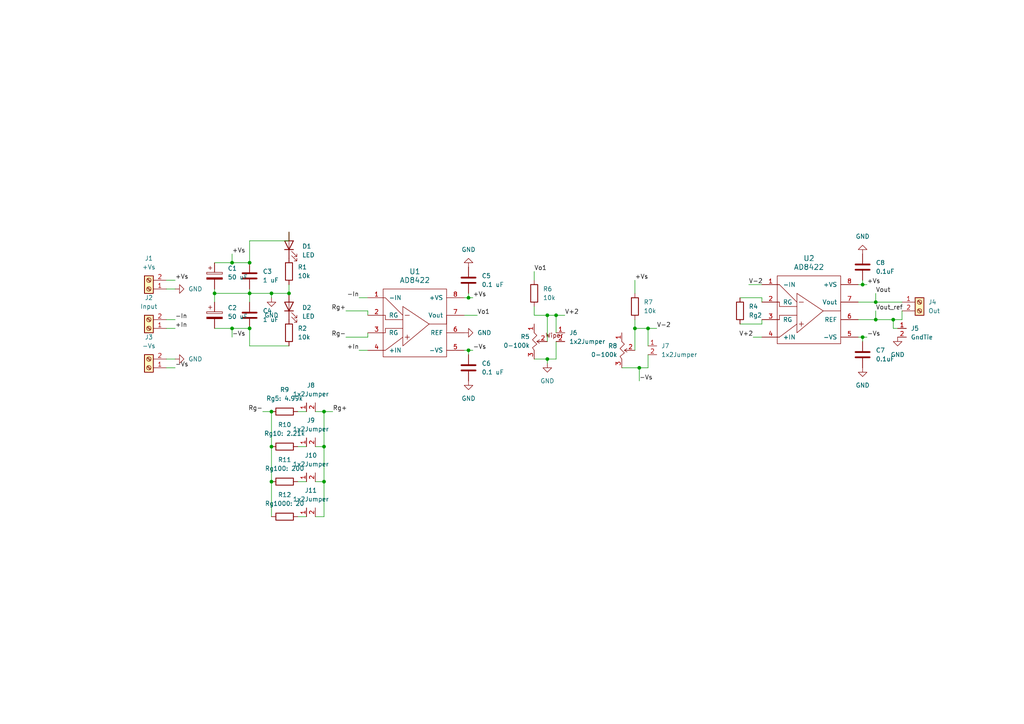
<source format=kicad_sch>
(kicad_sch (version 20230121) (generator eeschema)
  (paper "A4")
  (title_block (title "Instrumentation Gain/Offset Stage") (date "2024-07-19") (rev "1") (company "Schinder Labs"))
  (lib_symbols
    (symbol "0_amslib2_kc5:1x2Jumper" (pin_names (offset 1.016))
      (property "Reference" "J" (at 0 3.81 0))
      (property "Value" "1x2Jumper" (at 0 1.27 0))
      (symbol "1x2Jumper_1_1"
        (pin unspecified line (at -1.27 -2.54 90) (length 2.54) (name "~") (number "1"))
        (pin unspecified line (at 1.27 -2.54 90) (length 2.54) (name "~") (number "2"))
      )
    )
    (symbol "0_amslib2_kc5:AD8422" (pin_names (offset 1.016))
      (property "Reference" "U" (at -2.54 11.43 0))
      (property "Value" "AD8422" (at -2.54 6.35 0))
      (symbol "AD8422_0_1"
        (polyline (pts (xy -11.43 -7.62) (xy -6.35 -3.81)))
        (polyline (pts (xy -11.43 7.62) (xy -6.35 2.54)))
        (polyline (pts (xy -5.715 2.54) (xy -4.445 2.54)))
        (polyline (pts (xy -11.43 -2.54) (xy -11.43 -1.27) (xy -6.35 -1.27)))
        (polyline (pts (xy -11.43 2.54) (xy -11.43 1.27) (xy -6.35 1.27)))
        (polyline (pts (xy 1.27 0) (xy 6.35 0) (xy 6.35 2.54)))
        (polyline (pts (xy -6.35 5.08) (xy -6.35 -6.35) (xy 1.27 0) (xy -6.35 5.08)))
        (polyline (pts (xy -5.08 -3.175) (xy -5.08 -4.445) (xy -5.08 -3.81) (xy -5.715 -3.81) (xy -4.445 -3.81)))
        (rectangle (start 6.35 10.16) (end -12.065 -9.525))
      )
      (symbol "AD8422_1_1"
        (pin input line (at -16.51 7.62 0) (length 5.08) (name "-IN") (number "1"))
        (pin input line (at -16.51 2.54 0) (length 5.08) (name "RG") (number "2"))
        (pin input line (at -16.51 -2.54 0) (length 5.08) (name "RG") (number "3"))
        (pin input line (at -16.51 -7.62 0) (length 5.08) (name "+IN") (number "4"))
        (pin input line (at 11.43 -7.62 180) (length 5.08) (name "-VS") (number "5"))
        (pin input line (at 11.43 -2.54 180) (length 5.08) (name "REF") (number "6"))
        (pin input line (at 11.43 2.54 180) (length 5.08) (name "Vout") (number "7"))
        (pin input line (at 11.43 7.62 180) (length 5.08) (name "+VS") (number "8"))
      )
    )
    (symbol "0_amslib2_kc5:BourneTrimmerPot_TC33"
      (property "Reference" "R" (at -1.778 0.254 0))
      (symbol "BourneTrimmerPot_TC33_0_1"
        (polyline (pts (xy 0.762 0) (xy 1.524 -0.508)))
        (polyline (pts (xy 1.27 0) (xy 0.762 0) (xy 1.524 0.508)))
        (polyline (pts (xy 0 2.54) (xy 0.762 1.778) (xy -0.508 0.508) (xy 0.762 -0.762) (xy -0.508 -1.778) (xy 0 -2.54)))
      )
      (symbol "BourneTrimmerPot_TC33_1_1"
        (text "Wiper" (at 5.842 1.778 0) (effects (font (size 1.27 1.27))))
        (pin bidirectional line (at 0 5.08 270) (length 2.54) (name "") (number "1"))
        (pin bidirectional line (at 3.81 0 180) (length 2.54) (name "") (number "2"))
        (pin bidirectional line (at 0 -5.08 90) (length 2.54) (name "") (number "3"))
      )
    )
    (symbol "0_amslib2_kc5:Screw_Terminal_01x02" (pin_names (offset 1.016) hide)
      (property "Reference" "J" (at 0 2.54 0))
      (property "Value" "Screw_Terminal_01x02" (at 0 -5.08 0))
      (symbol "Screw_Terminal_01x02_1_1"
        (rectangle (start -1.27 1.27) (end 1.27 -3.81) (stroke (width 0.254)) (fill (type background)))
        (circle (center 0 -2.54) (radius 0.635) (stroke (width 0.1524)))
        (polyline (pts (xy -0.5334 -2.2098) (xy 0.3302 -3.048)) (stroke (width 0.1524)))
        (polyline (pts (xy -0.5334 0.3302) (xy 0.3302 -0.508)) (stroke (width 0.1524)))
        (polyline (pts (xy -0.3556 -2.032) (xy 0.508 -2.8702)) (stroke (width 0.1524)))
        (polyline (pts (xy -0.3556 0.508) (xy 0.508 -0.3302)) (stroke (width 0.1524)))
        (circle (center 0 0) (radius 0.635) (stroke (width 0.1524)))
        (pin passive line (at -5.08 0 0) (length 3.81) (name "Pin_1") (number "1"))
        (pin passive line (at -5.08 -2.54 0) (length 3.81) (name "Pin_2") (number "2"))
      )
    )
    (symbol "BourneTrimmerPot_TC33_1"
      (property "Reference" "R" (at -1.778 0.254 0))
      (symbol "BourneTrimmerPot_TC33_1_0_1"
        (polyline (pts (xy 0.762 0) (xy 1.524 -0.508)))
        (polyline (pts (xy 1.27 0) (xy 0.762 0) (xy 1.524 0.508)))
        (polyline (pts (xy 0 2.54) (xy 0.762 1.778) (xy -0.508 0.508) (xy 0.762 -0.762) (xy -0.508 -1.778) (xy 0 -2.54)))
      )
      (symbol "BourneTrimmerPot_TC33_1_1_1"
        (pin bidirectional line (at 0 5.08 270) (length 2.54) (name "") (number "1"))
        (pin bidirectional line (at 3.81 0 180) (length 2.54) (name "") (number "2"))
        (pin bidirectional line (at 0 -5.08 90) (length 2.54) (name "") (number "3"))
      )
    )
    (symbol "Device:C" (pin_numbers hide) (pin_names (offset 0.254))
      (property "Reference" "C" (at 0.635 2.54 0))
      (property "Value" "C" (at 0.635 -2.54 0))
      (symbol "C_0_1"
        (polyline (pts (xy -2.032 -0.762) (xy 2.032 -0.762)) (stroke (width 0.508)))
        (polyline (pts (xy -2.032 0.762) (xy 2.032 0.762)) (stroke (width 0.508)))
      )
      (symbol "C_1_1"
        (pin passive line (at 0 3.81 270) (length 2.794) (name "~") (number "1"))
        (pin passive line (at 0 -3.81 90) (length 2.794) (name "~") (number "2"))
      )
    )
    (symbol "Device:C_Polarized" (pin_numbers hide) (pin_names (offset 0.254))
      (property "Reference" "C" (at 0.635 2.54 0))
      (property "Value" "C_Polarized" (at 0.635 -2.54 0))
      (symbol "C_Polarized_0_1"
        (rectangle (start -2.286 0.508) (end 2.286 1.016))
        (polyline (pts (xy -1.778 2.286) (xy -0.762 2.286)))
        (polyline (pts (xy -1.27 2.794) (xy -1.27 1.778)))
        (rectangle (start 2.286 -0.508) (end -2.286 -1.016) (fill (type outline)))
      )
      (symbol "C_Polarized_1_1"
        (pin passive line (at 0 3.81 270) (length 2.794) (name "~") (number "1"))
        (pin passive line (at 0 -3.81 90) (length 2.794) (name "~") (number "2"))
      )
    )
    (symbol "Device:LED" (pin_numbers hide) (pin_names (offset 1.016) hide)
      (property "Reference" "D" (at 0 2.54 0))
      (property "Value" "LED" (at 0 -2.54 0))
      (symbol "LED_0_1"
        (polyline (pts (xy -1.27 -1.27) (xy -1.27 1.27)) (stroke (width 0.254)))
        (polyline (pts (xy -1.27 0) (xy 1.27 0)))
        (polyline (pts (xy 1.27 -1.27) (xy 1.27 1.27) (xy -1.27 0) (xy 1.27 -1.27)) (stroke (width 0.254)))
        (polyline (pts (xy -3.048 -0.762) (xy -4.572 -2.286) (xy -3.81 -2.286) (xy -4.572 -2.286) (xy -4.572 -1.524)))
        (polyline (pts (xy -1.778 -0.762) (xy -3.302 -2.286) (xy -2.54 -2.286) (xy -3.302 -2.286) (xy -3.302 -1.524)))
      )
      (symbol "LED_1_1"
        (pin passive line (at -3.81 0 0) (length 2.54) (name "K") (number "1"))
        (pin passive line (at 3.81 0 180) (length 2.54) (name "A") (number "2"))
      )
    )
    (symbol "Device:R" (pin_numbers hide) (pin_names (offset 0))
      (property "Reference" "R" (at 2.032 0 90))
      (property "Value" "R" (at 0 0 90))
      (symbol "R_0_1"
        (rectangle (start -1.016 -2.54) (end 1.016 2.54) (stroke (width 0.254)))
      )
      (symbol "R_1_1"
        (pin passive line (at 0 3.81 270) (length 1.27) (name "~") (number "1"))
        (pin passive line (at 0 -3.81 90) (length 1.27) (name "~") (number "2"))
      )
    )
    (symbol "power:GND" (power) (pin_names (offset 0))
      (property "Value" "GND" (at 0 -3.81 0))
      (symbol "GND_0_1"
        (polyline (pts (xy 0 0) (xy 0 -1.27) (xy 1.27 -1.27) (xy 0 -2.54) (xy -1.27 -1.27) (xy 0 -1.27)))
      )
      (symbol "GND_1_1"
        (pin power_in line (at 0 0 270) (length 0) hide (name "GND") (number "1"))
      )
    )
  )
  (junction (at 78.74 85.09))
  (junction (at 184.15 95.25))
  (junction (at 83.82 85.09))
  (junction (at 259.08 92.71))
  (junction (at 78.74 139.7))
  (junction (at 67.31 95.25))
  (junction (at 161.29 91.44))
  (junction (at 254 92.71))
  (junction (at 72.39 85.09))
  (junction (at 187.96 95.25))
  (junction (at 250.19 97.79))
  (junction (at 185.42 106.68))
  (junction (at 135.89 101.6))
  (junction (at 62.23 85.09))
  (junction (at 72.39 76.2))
  (junction (at 250.19 82.55))
  (junction (at 158.75 104.14))
  (junction (at 78.74 129.54))
  (junction (at 93.98 139.7))
  (junction (at 93.98 129.54))
  (junction (at 72.39 95.25))
  (junction (at 158.75 91.44))
  (junction (at 78.74 119.38))
  (junction (at 67.31 76.2))
  (junction (at 135.89 86.36))
  (junction (at 254 87.63))
  (junction (at 93.98 119.38))
  (wire (pts (xy 72.39 85.09) (xy 72.39 87.63)))
  (wire (pts (xy 62.23 85.09) (xy 72.39 85.09)))
  (wire (pts (xy 48.26 104.14) (xy 50.8 104.14)))
  (wire (pts (xy 154.94 78.74) (xy 154.94 81.28)))
  (wire (pts (xy 161.29 99.06) (xy 161.29 104.14)))
  (wire (pts (xy 254 90.17) (xy 254 92.71)))
  (wire (pts (xy 261.62 90.17) (xy 261.62 92.71)))
  (wire (pts (xy 104.14 86.36) (xy 106.68 86.36)))
  (wire (pts (xy 214.63 93.98) (xy 220.98 93.98)))
  (wire (pts (xy 218.44 97.79) (xy 220.98 97.79)))
  (wire (pts (xy 135.89 101.6) (xy 137.16 101.6)))
  (wire (pts (xy 48.26 106.68) (xy 50.8 106.68)))
  (wire (pts (xy 72.39 69.85) (xy 72.39 76.2)))
  (wire (pts (xy 220.98 92.71) (xy 220.98 93.98)))
  (wire (pts (xy 248.92 92.71) (xy 254 92.71)))
  (wire (pts (xy 158.75 91.44) (xy 161.29 91.44)))
  (wire (pts (xy 250.19 82.55) (xy 251.46 82.55)))
  (wire (pts (xy 106.68 90.17) (xy 106.68 91.44)))
  (wire (pts (xy 254 85.09) (xy 254 87.63)))
  (wire (pts (xy 67.31 73.66) (xy 67.31 76.2)))
  (wire (pts (xy 158.75 104.14) (xy 161.29 104.14)))
  (wire (pts (xy 78.74 119.38) (xy 78.74 129.54)))
  (wire (pts (xy 158.75 104.14) (xy 158.75 105.41)))
  (wire (pts (xy 93.98 149.86) (xy 93.98 139.7)))
  (wire (pts (xy 161.29 91.44) (xy 163.83 91.44)))
  (wire (pts (xy 72.39 83.82) (xy 72.39 85.09)))
  (wire (pts (xy 187.96 95.25) (xy 190.5 95.25)))
  (wire (pts (xy 259.08 92.71) (xy 259.08 95.25)))
  (wire (pts (xy 93.98 129.54) (xy 93.98 119.38)))
  (wire (pts (xy 135.89 101.6) (xy 135.89 102.87)))
  (wire (pts (xy 48.26 83.82) (xy 50.8 83.82)))
  (wire (pts (xy 135.89 85.09) (xy 135.89 86.36)))
  (wire (pts (xy 78.74 85.09) (xy 78.74 86.36)))
  (wire (pts (xy 100.33 90.17) (xy 106.68 90.17)))
  (wire (pts (xy 91.44 129.54) (xy 93.98 129.54)))
  (wire (pts (xy 48.26 92.71) (xy 50.8 92.71)))
  (wire (pts (xy 86.36 139.7) (xy 88.9 139.7)))
  (wire (pts (xy 184.15 92.71) (xy 184.15 95.25)))
  (wire (pts (xy 161.29 91.44) (xy 161.29 96.52)))
  (wire (pts (xy 83.82 82.55) (xy 83.82 85.09)))
  (wire (pts (xy 158.75 91.44) (xy 158.75 99.06)))
  (wire (pts (xy 86.36 149.86) (xy 88.9 149.86)))
  (wire (pts (xy 78.74 129.54) (xy 78.74 139.7)))
  (wire (pts (xy 86.36 129.54) (xy 88.9 129.54)))
  (wire (pts (xy 93.98 119.38) (xy 96.52 119.38)))
  (wire (pts (xy 134.62 86.36) (xy 135.89 86.36)))
  (wire (pts (xy 187.96 95.25) (xy 187.96 100.33)))
  (wire (pts (xy 135.89 86.36) (xy 137.16 86.36)))
  (wire (pts (xy 76.2 119.38) (xy 78.74 119.38)))
  (wire (pts (xy 67.31 76.2) (xy 72.39 76.2)))
  (wire (pts (xy 214.63 86.36) (xy 220.98 86.36)))
  (wire (pts (xy 72.39 95.25) (xy 72.39 100.33)))
  (wire (pts (xy 184.15 95.25) (xy 187.96 95.25)))
  (wire (pts (xy 259.08 95.25) (xy 260.35 95.25)))
  (wire (pts (xy 180.34 106.68) (xy 185.42 106.68)))
  (wire (pts (xy 106.68 96.52) (xy 106.68 97.79)))
  (wire (pts (xy 154.94 88.9) (xy 154.94 91.44)))
  (wire (pts (xy 83.82 67.31) (xy 83.82 69.85)))
  (wire (pts (xy 62.23 95.25) (xy 67.31 95.25)))
  (wire (pts (xy 72.39 85.09) (xy 78.74 85.09)))
  (wire (pts (xy 184.15 81.28) (xy 184.15 85.09)))
  (wire (pts (xy 100.33 97.79) (xy 106.68 97.79)))
  (wire (pts (xy 250.19 97.79) (xy 250.19 99.06)))
  (wire (pts (xy 248.92 82.55) (xy 250.19 82.55)))
  (wire (pts (xy 185.42 106.68) (xy 187.96 106.68)))
  (wire (pts (xy 93.98 139.7) (xy 93.98 129.54)))
  (wire (pts (xy 86.36 119.38) (xy 88.9 119.38)))
  (wire (pts (xy 187.96 102.87) (xy 187.96 106.68)))
  (wire (pts (xy 254 87.63) (xy 261.62 87.63)))
  (wire (pts (xy 134.62 101.6) (xy 135.89 101.6)))
  (wire (pts (xy 184.15 95.25) (xy 184.15 101.6)))
  (wire (pts (xy 78.74 85.09) (xy 83.82 85.09)))
  (wire (pts (xy 48.26 95.25) (xy 50.8 95.25)))
  (wire (pts (xy 104.14 101.6) (xy 106.68 101.6)))
  (wire (pts (xy 248.92 97.79) (xy 250.19 97.79)))
  (wire (pts (xy 220.98 86.36) (xy 220.98 87.63)))
  (wire (pts (xy 154.94 104.14) (xy 158.75 104.14)))
  (wire (pts (xy 250.19 81.28) (xy 250.19 82.55)))
  (wire (pts (xy 91.44 149.86) (xy 93.98 149.86)))
  (wire (pts (xy 259.08 92.71) (xy 261.62 92.71)))
  (wire (pts (xy 217.17 82.55) (xy 220.98 82.55)))
  (wire (pts (xy 62.23 76.2) (xy 67.31 76.2)))
  (wire (pts (xy 134.62 91.44) (xy 138.43 91.44)))
  (wire (pts (xy 91.44 119.38) (xy 93.98 119.38)))
  (wire (pts (xy 48.26 81.28) (xy 50.8 81.28)))
  (wire (pts (xy 248.92 87.63) (xy 254 87.63)))
  (wire (pts (xy 78.74 139.7) (xy 78.74 149.86)))
  (wire (pts (xy 62.23 83.82) (xy 62.23 85.09)))
  (wire (pts (xy 67.31 95.25) (xy 72.39 95.25)))
  (wire (pts (xy 250.19 97.79) (xy 251.46 97.79)))
  (wire (pts (xy 154.94 91.44) (xy 158.75 91.44)))
  (wire (pts (xy 254 92.71) (xy 259.08 92.71)))
  (wire (pts (xy 83.82 69.85) (xy 72.39 69.85)))
  (wire (pts (xy 72.39 100.33) (xy 83.82 100.33)))
  (wire (pts (xy 91.44 139.7) (xy 93.98 139.7)))
  (wire (pts (xy 185.42 106.68) (xy 185.42 110.49)))
  (wire (pts (xy 67.31 95.25) (xy 67.31 97.79)))
  (wire (pts (xy 62.23 85.09) (xy 62.23 87.63)))
  (label "-In" (at 50.8 92.71 0))
  (label "Rg+" (at 96.52 119.38 0))
  (label "-Vs" (at 185.42 110.49 0))
  (label "Rg+" (at 100.33 90.17 180))
  (label "-In" (at 104.14 86.36 180))
  (label "-Vs" (at 50.8 106.68 0))
  (label "Vout" (at 254 85.09 0))
  (label "V-2" (at 217.17 82.55 0))
  (label "+Vs" (at 50.8 81.28 0))
  (label "Vout_ref" (at 254 90.17 0))
  (label "Vo1" (at 154.94 78.74 0))
  (label "+Vs" (at 251.46 82.55 0))
  (label "+Vs" (at 137.16 86.36 0))
  (label "-Vs" (at 67.31 97.79 0))
  (label "V+2" (at 218.44 97.79 180))
  (label "Rg-" (at 76.2 119.38 180))
  (label "Rg-" (at 100.33 97.79 180))
  (label "-Vs" (at 137.16 101.6 0))
  (label "+Vs" (at 67.31 73.66 0))
  (label "+Vs" (at 184.15 81.28 0))
  (label "V-2" (at 190.5 95.25 0))
  (label "+In" (at 50.8 95.25 0))
  (label "V+2" (at 163.83 91.44 0))
  (label "+In" (at 104.14 101.6 180))
  (label "Vo1" (at 138.43 91.44 0))
  (label "-Vs" (at 251.46 97.79 0))
  (symbol (lib_id "0_amslib2_kc5:BourneTrimmerPot_TC33") (at 154.94 99.06 0) (unit 1)
    (property "Reference" "R5" (at 153.67 97.6602 0) (effects (justify right)))
    (property "Value" "0-100k" (at 153.67 100.2002 0) (effects (justify right)))
    (property "Footprint" "0_amslib2_kc5:PTV09A_Top" (effects hide))
  )
  (symbol (lib_id "Device:R") (at 82.55 149.86 90) (unit 1)
    (property "Reference" "R12" (at 82.55 143.51 90))
    (property "Value" "Rg1000: 20" (at 82.55 146.05 90))
    (property "Footprint" "0_amslib2_kc5:1206_handsolder_noref" (effects hide))
  )
  (symbol (lib_id "power:GND") (at 50.8 83.82 90) (unit 1)
    (property "Reference" "#PWR05" (effects hide))
    (property "Value" "GND" (at 54.61 83.82 90) (effects (justify right)))
  )
  (symbol (lib_id "Device:R") (at 82.55 119.38 90) (unit 1)
    (property "Reference" "R9" (at 82.55 113.03 90))
    (property "Value" "Rg5: 4.99k" (at 82.55 115.57 90))
    (property "Footprint" "0_amslib2_kc5:1206_handsolder_noref" (effects hide))
  )
  (symbol (lib_id "power:GND") (at 250.19 73.66 180) (unit 1)
    (property "Reference" "#PWR09" (effects hide))
    (property "Value" "GND" (at 250.19 68.58 0))
  )
  (symbol (lib_id "0_amslib2_kc5:1x2Jumper") (at 163.83 97.79 270) (unit 1)
    (property "Reference" "J6" (at 165.1 96.52 90) (effects (justify left)))
    (property "Value" "1x2Jumper" (at 165.1 99.06 90) (effects (justify left)))
    (property "Footprint" "0_amslib2_kc5:1x2Jumper" (effects hide))
  )
  (symbol (lib_id "Device:C") (at 135.89 81.28 0) (unit 1)
    (property "Reference" "C5" (at 139.7 80.01 0) (effects (justify left)))
    (property "Value" "0.1 uF" (at 139.7 82.55 0) (effects (justify left)))
    (property "Footprint" "0_amslib2_kc5:0805_handsolder_noref" (effects hide))
  )
  (symbol (lib_id "0_amslib2_kc5:Screw_Terminal_01x02") (at 43.18 83.82 180) (unit 1)
    (property "Reference" "J1" (at 43.18 74.93 0))
    (property "Value" "+Vs" (at 43.18 77.47 0))
    (property "Footprint" "0_amslib2_kc5:Phoenix_5mm_screwterminal" (effects hide))
  )
  (symbol (lib_id "0_amslib2_kc5:AD8422") (at 237.49 90.17 0) (unit 1)
    (property "Reference" "U2" (at 234.6325 74.93 0) (effects (font (size 1.524 1.524))))
    (property "Value" "AD8422" (at 234.6325 77.47 0) (effects (font (size 1.524 1.524))))
    (property "Footprint" "0_amslib2_kc5:AD8422_8SOIC" (effects hide))
  )
  (symbol (lib_id "power:GND") (at 135.89 77.47 180) (unit 1)
    (property "Reference" "#PWR06" (effects hide))
    (property "Value" "GND" (at 135.89 72.39 0))
  )
  (symbol (lib_id "power:GND") (at 158.75 105.41 0) (unit 1)
    (property "Reference" "#PWR010" (effects hide))
    (property "Value" "GND" (at 158.75 110.49 0))
  )
  (symbol (lib_id "0_amslib2_kc5:1x2Jumper") (at 90.17 137.16 0) (unit 1)
    (property "Reference" "J10" (at 90.17 132.08 0))
    (property "Value" "1x2Jumper" (at 90.17 134.62 0))
    (property "Footprint" "0_amslib2_kc5:1x2Jumper" (effects hide))
  )
  (symbol (lib_name "BourneTrimmerPot_TC33_1") (lib_id "0_amslib2_kc5:BourneTrimmerPot_TC33") (at 180.34 101.6 0) (unit 1)
    (property "Reference" "R8" (at 179.07 100.33 0) (effects (justify right)))
    (property "Value" "0-100k" (at 179.07 102.87 0) (effects (justify right)))
    (property "Footprint" "0_amslib2_kc5:PTV09A_Top" (effects hide))
  )
  (symbol (lib_id "0_amslib2_kc5:1x2Jumper") (at 262.89 96.52 270) (unit 1)
    (property "Reference" "J5" (at 264.16 95.25 90) (effects (justify left)))
    (property "Value" "GndTie" (at 264.16 97.79 90) (effects (justify left)))
    (property "Footprint" "0_amslib2_kc5:1x2Jumper" (effects hide))
  )
  (symbol (lib_id "0_amslib2_kc5:1x2Jumper") (at 190.5 101.6 270) (unit 1)
    (property "Reference" "J7" (at 191.77 100.33 90) (effects (justify left)))
    (property "Value" "1x2Jumper" (at 191.77 102.87 90) (effects (justify left)))
    (property "Footprint" "0_amslib2_kc5:1x2Jumper" (effects hide))
  )
  (symbol (lib_id "power:GND") (at 135.89 110.49 0) (unit 1)
    (property "Reference" "#PWR07" (effects hide))
    (property "Value" "GND" (at 135.89 115.57 0))
  )
  (symbol (lib_id "0_amslib2_kc5:1x2Jumper") (at 90.17 147.32 0) (unit 1)
    (property "Reference" "J11" (at 90.17 142.24 0))
    (property "Value" "1x2Jumper" (at 90.17 144.78 0))
    (property "Footprint" "0_amslib2_kc5:1x2Jumper" (effects hide))
  )
  (symbol (lib_id "Device:R") (at 83.82 96.52 0) (unit 1)
    (property "Reference" "R2" (at 86.36 95.25 0) (effects (justify left)))
    (property "Value" "10k" (at 86.36 97.79 0) (effects (justify left)))
    (property "Footprint" "0_amslib2_kc5:1206_handsolder_noref" (effects hide))
  )
  (symbol (lib_id "power:GND") (at 50.8 104.14 90) (unit 1)
    (property "Reference" "#PWR04" (effects hide))
    (property "Value" "GND" (at 54.61 104.14 90) (effects (justify right)))
  )
  (symbol (lib_id "Device:R") (at 82.55 139.7 90) (unit 1)
    (property "Reference" "R11" (at 82.55 133.35 90))
    (property "Value" "Rg100: 200" (at 82.55 135.89 90))
    (property "Footprint" "0_amslib2_kc5:1206_handsolder_noref" (effects hide))
  )
  (symbol (lib_id "0_amslib2_kc5:Screw_Terminal_01x02") (at 43.18 95.25 180) (unit 1)
    (property "Reference" "J2" (at 43.18 86.36 0))
    (property "Value" "Input" (at 43.18 88.9 0))
    (property "Footprint" "0_amslib2_kc5:Phoenix_5mm_screwterminal" (effects hide))
  )
  (symbol (lib_id "Device:R") (at 184.15 88.9 0) (unit 1)
    (property "Reference" "R7" (at 186.69 87.63 0) (effects (justify left)))
    (property "Value" "10k" (at 186.69 90.17 0) (effects (justify left)))
    (property "Footprint" "0_amslib2_kc5:1206_handsolder_noref" (effects hide))
  )
  (symbol (lib_id "0_amslib2_kc5:Screw_Terminal_01x02") (at 266.7 87.63 0) (unit 1)
    (property "Reference" "J4" (at 269.24 87.63 0) (effects (justify left)))
    (property "Value" "Out" (at 269.24 90.17 0) (effects (justify left)))
    (property "Footprint" "0_amslib2_kc5:Phoenix_5mm_screwterminal" (effects hide))
  )
  (symbol (lib_id "Device:R") (at 154.94 85.09 0) (unit 1)
    (property "Reference" "R6" (at 157.48 83.82 0) (effects (justify left)))
    (property "Value" "10k" (at 157.48 86.36 0) (effects (justify left)))
    (property "Footprint" "0_amslib2_kc5:1206_handsolder_noref" (effects hide))
  )
  (symbol (lib_id "Device:C") (at 250.19 77.47 0) (unit 1)
    (property "Reference" "C8" (at 254 76.2 0) (effects (justify left)))
    (property "Value" "0.1uF" (at 254 78.74 0) (effects (justify left)))
    (property "Footprint" "0_amslib2_kc5:0805_handsolder_noref" (effects hide))
  )
  (symbol (lib_id "Device:C") (at 72.39 91.44 0) (unit 1)
    (property "Reference" "C4" (at 76.2 90.17 0) (effects (justify left)))
    (property "Value" "1 uF" (at 76.2 92.71 0) (effects (justify left)))
    (property "Footprint" "0_amslib2_kc5:495-2470-1-ND_1uFFilm" (effects hide))
  )
  (symbol (lib_id "power:GND") (at 260.35 97.79 0) (unit 1)
    (property "Reference" "#PWR01" (effects hide))
    (property "Value" "GND" (at 260.35 102.87 0))
  )
  (symbol (lib_id "Device:C_Polarized") (at 62.23 91.44 0) (unit 1)
    (property "Reference" "C2" (at 66.04 89.281 0) (effects (justify left)))
    (property "Value" "50 uF" (at 66.04 91.821 0) (effects (justify left)))
    (property "Footprint" "Capacitor_THT:CP_Radial_D8.0mm_P3.50mm" (effects hide))
  )
  (symbol (lib_id "0_amslib2_kc5:Screw_Terminal_01x02") (at 43.18 106.68 180) (unit 1)
    (property "Reference" "J3" (at 43.18 97.79 0))
    (property "Value" "-Vs" (at 43.18 100.33 0))
    (property "Footprint" "0_amslib2_kc5:Phoenix_5mm_screwterminal" (effects hide))
  )
  (symbol (lib_id "Device:R") (at 83.82 78.74 0) (unit 1)
    (property "Reference" "R1" (at 86.36 77.47 0) (effects (justify left)))
    (property "Value" "10k" (at 86.36 80.01 0) (effects (justify left)))
    (property "Footprint" "0_amslib2_kc5:1206_handsolder_noref" (effects hide))
  )
  (symbol (lib_id "Device:LED") (at 83.82 88.9 90) (unit 1)
    (property "Reference" "D2" (at 87.63 89.2175 90) (effects (justify right)))
    (property "Value" "LED" (at 87.63 91.7575 90) (effects (justify right)))
    (property "Footprint" "0_amslib2_kc5:1206_handsolder_noref" (effects hide))
  )
  (symbol (lib_id "Device:C") (at 250.19 102.87 0) (unit 1)
    (property "Reference" "C7" (at 254 101.6 0) (effects (justify left)))
    (property "Value" "0.1uF" (at 254 104.14 0) (effects (justify left)))
    (property "Footprint" "0_amslib2_kc5:0805_handsolder_noref" (effects hide))
  )
  (symbol (lib_id "Device:LED") (at 83.82 71.12 90) (unit 1)
    (property "Reference" "D1" (at 87.63 71.4375 90) (effects (justify right)))
    (property "Value" "LED" (at 87.63 73.9775 90) (effects (justify right)))
    (property "Footprint" "0_amslib2_kc5:1206_handsolder_noref" (effects hide))
  )
  (symbol (lib_id "power:GND") (at 78.74 86.36 0) (unit 1)
    (property "Reference" "#PWR03" (effects hide))
    (property "Value" "GND" (at 78.74 91.44 0))
  )
  (symbol (lib_id "0_amslib2_kc5:AD8422") (at 123.19 93.98 0) (unit 1)
    (property "Reference" "U1" (at 120.3325 78.74 0) (effects (font (size 1.524 1.524))))
    (property "Value" "AD8422" (at 120.3325 81.28 0) (effects (font (size 1.524 1.524))))
    (property "Footprint" "0_amslib2_kc5:AD8422_8SOIC" (effects hide))
  )
  (symbol (lib_id "Device:C") (at 135.89 106.68 0) (unit 1)
    (property "Reference" "C6" (at 139.7 105.41 0) (effects (justify left)))
    (property "Value" "0.1 uF" (at 139.7 107.95 0) (effects (justify left)))
    (property "Footprint" "0_amslib2_kc5:0805_handsolder_noref" (effects hide))
  )
  (symbol (lib_id "Device:C") (at 72.39 80.01 0) (unit 1)
    (property "Reference" "C3" (at 76.2 78.74 0) (effects (justify left)))
    (property "Value" "1 uF" (at 76.2 81.28 0) (effects (justify left)))
    (property "Footprint" "0_amslib2_kc5:495-2470-1-ND_1uFFilm" (effects hide))
  )
  (symbol (lib_id "0_amslib2_kc5:1x2Jumper") (at 90.17 116.84 0) (unit 1)
    (property "Reference" "J8" (at 90.17 111.76 0))
    (property "Value" "1x2Jumper" (at 90.17 114.3 0))
    (property "Footprint" "0_amslib2_kc5:1x2Jumper" (effects hide))
  )
  (symbol (lib_id "Device:C_Polarized") (at 62.23 80.01 0) (unit 1)
    (property "Reference" "C1" (at 66.04 77.851 0) (effects (justify left)))
    (property "Value" "50 uF" (at 66.04 80.391 0) (effects (justify left)))
    (property "Footprint" "Capacitor_THT:CP_Radial_D8.0mm_P3.50mm" (effects hide))
  )
  (symbol (lib_id "0_amslib2_kc5:1x2Jumper") (at 90.17 127 0) (unit 1)
    (property "Reference" "J9" (at 90.17 121.92 0))
    (property "Value" "1x2Jumper" (at 90.17 124.46 0))
    (property "Footprint" "0_amslib2_kc5:1x2Jumper" (effects hide))
  )
  (symbol (lib_id "power:GND") (at 134.62 96.52 90) (unit 1)
    (property "Reference" "#PWR02" (effects hide))
    (property "Value" "GND" (at 138.43 96.52 90) (effects (justify right)))
  )
  (symbol (lib_id "Device:R") (at 82.55 129.54 90) (unit 1)
    (property "Reference" "R10" (at 82.55 123.19 90))
    (property "Value" "Rg10: 2.21k" (at 82.55 125.73 90))
    (property "Footprint" "0_amslib2_kc5:1206_handsolder_noref" (effects hide))
  )
  (symbol (lib_id "Device:R") (at 214.63 90.17 0) (unit 1)
    (property "Reference" "R4" (at 217.17 88.9 0) (effects (justify left)))
    (property "Value" "Rg2" (at 217.17 91.44 0) (effects (justify left)))
    (property "Footprint" "0_amslib2_kc5:1206_handsolder_noref" (effects hide))
  )
  (symbol (lib_id "power:GND") (at 250.19 106.68 0) (unit 1)
    (property "Reference" "#PWR08" (effects hide))
    (property "Value" "GND" (at 250.19 111.76 0))
  )
)
</source>
